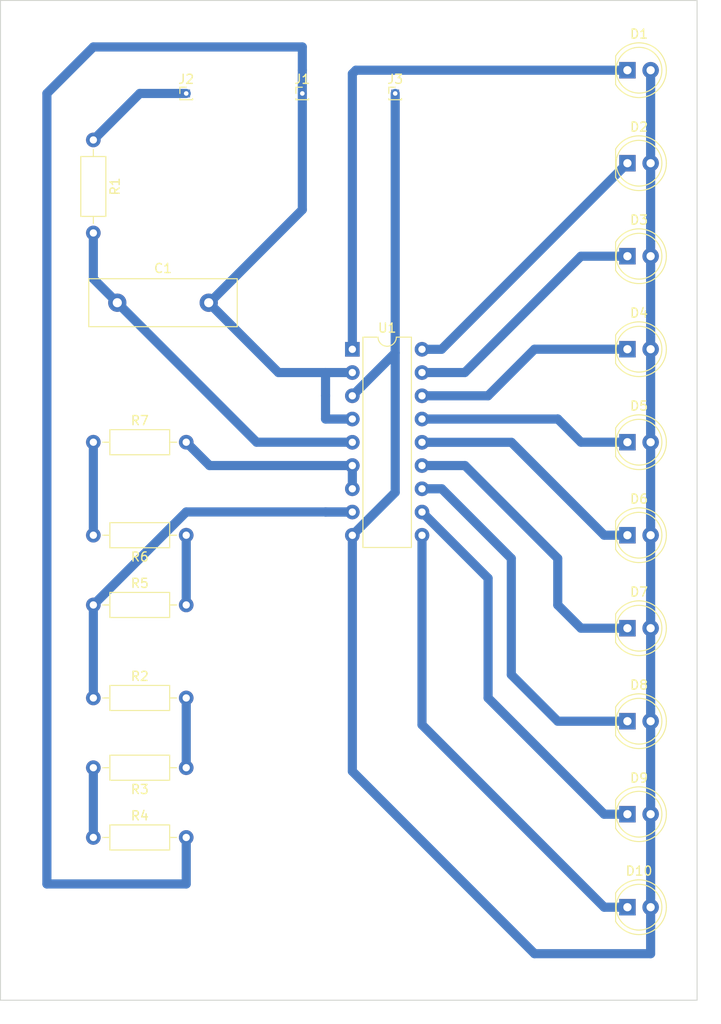
<source format=kicad_pcb>
(kicad_pcb (version 20211014) (generator pcbnew)
  (layers (0 "F.Cu" signal) (31 "B.Cu" signal) (34 "B.Paste" user) (35 "F.Paste" user) (36 "B.SilkS" user "B.Silkscreen") (37 "F.SilkS" user "F.Silkscreen") (38 "B.Mask" user) (39 "F.Mask" user) (44 "Edge.Cuts" user))
  (net 0 "")
  (net 1 "Net-(D1-Pad1)")
  (net 2 "GND")
  (net 3 "+5V")
  (net 4 "Net-(C1-Pad1)")
  (net 5 "Net-(R2-Pad1)")
  (net 6 "Net-(D10-Pad1)")
  (net 7 "Net-(D9-Pad1)")
  (net 8 "Net-(D8-Pad1)")
  (net 9 "Net-(D7-Pad1)")
  (net 10 "Net-(D6-Pad1)")
  (net 11 "Net-(D5-Pad1)")
  (net 12 "Net-(D4-Pad1)")
  (net 13 "Net-(D3-Pad1)")
  (net 14 "Net-(D2-Pad1)")
  (net 15 "sinal pwm")
  (net 16 "Net-(R2-Pad2)")
  (net 17 "Net-(R3-Pad2)")
  (net 18 "Net-(R5-Pad2)")
  (net 19 "Net-(R6-Pad2)")
  (net 20 "Net-(R7-Pad2)")
  (footprint "LED_THT:LED_D5.0mm" (layer "F.Cu") (at 167.64 91.44)
    (fp_text reference "D7" (at 1.27 -3.96) (layer "F.SilkS"))
    (fp_text value "LED")
    (fp_line (start -1.29 -1.545) (end -1.29 1.545) (layer "F.SilkS") (width 0.12))
    (fp_arc (start 4.26 -0.000462) (mid 2.072002 2.880433) (end -1.29 1.54483) (layer "F.SilkS") (width 0.12))
    (fp_arc (start -1.29 -1.54483) (mid 2.072002 -2.880433) (end 4.26 0.000462) (layer "F.SilkS") (width 0.12))
    (fp_circle (center 1.27 0) (end 3.77 0) (layer "F.SilkS") (width 0.12) (fill none))
    (pad "1" thru_hole rect (at 0 0) (size 1.8 1.8) (drill 0.9) (layers *.Cu *.Mask) (net 9 "Net-(D7-Pad1)"))
    (pad "2" thru_hole circle (at 2.54 0) (size 1.8 1.8) (drill 0.9) (layers *.Cu *.Mask) (net 3 "+5V"))
  )
  (footprint "Resistor_THT:R_Axial_DIN0207_L6.3mm_D2.5mm_P10.16mm_Horizontal" (layer "F.Cu") (at 119.38 106.68 180)
    (fp_text reference "R3" (at 5.08 -2.37) (layer "F.SilkS"))
    (fp_text value "200")
    (fp_line (start 9.12 0) (end 8.35 0) (layer "F.SilkS") (width 0.12))
    (fp_line (start 1.81 -1.37) (end 1.81 1.37) (layer "F.SilkS") (width 0.12))
    (fp_line (start 1.04 0) (end 1.81 0) (layer "F.SilkS") (width 0.12))
    (fp_line (start 1.81 1.37) (end 8.35 1.37) (layer "F.SilkS") (width 0.12))
    (fp_line (start 8.35 1.37) (end 8.35 -1.37) (layer "F.SilkS") (width 0.12))
    (fp_line (start 8.35 -1.37) (end 1.81 -1.37) (layer "F.SilkS") (width 0.12))
    (pad "1" thru_hole circle (at 0 0 180) (size 1.6 1.6) (drill 0.8) (layers *.Cu *.Mask) (net 16 "Net-(R2-Pad2)"))
    (pad "2" thru_hole oval (at 10.16 0 180) (size 1.6 1.6) (drill 0.8) (layers *.Cu *.Mask) (net 17 "Net-(R3-Pad2)"))
  )
  (footprint "LED_THT:LED_D5.0mm" (layer "F.Cu") (at 167.64 81.28)
    (fp_text reference "D6" (at 1.27 -3.96) (layer "F.SilkS"))
    (fp_text value "LED")
    (fp_line (start -1.29 -1.545) (end -1.29 1.545) (layer "F.SilkS") (width 0.12))
    (fp_arc (start -1.29 -1.54483) (mid 2.072002 -2.880433) (end 4.26 0.000462) (layer "F.SilkS") (width 0.12))
    (fp_arc (start 4.26 -0.000462) (mid 2.072002 2.880433) (end -1.29 1.54483) (layer "F.SilkS") (width 0.12))
    (fp_circle (center 1.27 0) (end 3.77 0) (layer "F.SilkS") (width 0.12) (fill none))
    (pad "1" thru_hole rect (at 0 0) (size 1.8 1.8) (drill 0.9) (layers *.Cu *.Mask) (net 10 "Net-(D6-Pad1)"))
    (pad "2" thru_hole circle (at 2.54 0) (size 1.8 1.8) (drill 0.9) (layers *.Cu *.Mask) (net 3 "+5V"))
  )
  (footprint "Resistor_THT:R_Axial_DIN0207_L6.3mm_D2.5mm_P10.16mm_Horizontal" (layer "F.Cu") (at 109.22 71.12)
    (fp_text reference "R7" (at 5.08 -2.37) (layer "F.SilkS"))
    (fp_text value "1,2k")
    (fp_line (start 1.81 -1.37) (end 1.81 1.37) (layer "F.SilkS") (width 0.12))
    (fp_line (start 8.35 1.37) (end 8.35 -1.37) (layer "F.SilkS") (width 0.12))
    (fp_line (start 8.35 -1.37) (end 1.81 -1.37) (layer "F.SilkS") (width 0.12))
    (fp_line (start 1.04 0) (end 1.81 0) (layer "F.SilkS") (width 0.12))
    (fp_line (start 1.81 1.37) (end 8.35 1.37) (layer "F.SilkS") (width 0.12))
    (fp_line (start 9.12 0) (end 8.35 0) (layer "F.SilkS") (width 0.12))
    (pad "1" thru_hole circle (at 0 0) (size 1.6 1.6) (drill 0.8) (layers *.Cu *.Mask) (net 19 "Net-(R6-Pad2)"))
    (pad "2" thru_hole oval (at 10.16 0) (size 1.6 1.6) (drill 0.8) (layers *.Cu *.Mask) (net 20 "Net-(R7-Pad2)"))
  )
  (footprint "LED_THT:LED_D5.0mm" (layer "F.Cu") (at 167.64 40.64)
    (fp_text reference "D2" (at 1.27 -3.96) (layer "F.SilkS"))
    (fp_text value "LED")
    (fp_line (start -1.29 -1.545) (end -1.29 1.545) (layer "F.SilkS") (width 0.12))
    (fp_arc (start -1.29 -1.54483) (mid 2.072002 -2.880433) (end 4.26 0.000462) (layer "F.SilkS") (width 0.12))
    (fp_arc (start 4.26 -0.000462) (mid 2.072002 2.880433) (end -1.29 1.54483) (layer "F.SilkS") (width 0.12))
    (fp_circle (center 1.27 0) (end 3.77 0) (layer "F.SilkS") (width 0.12) (fill none))
    (pad "1" thru_hole rect (at 0 0) (size 1.8 1.8) (drill 0.9) (layers *.Cu *.Mask) (net 14 "Net-(D2-Pad1)"))
    (pad "2" thru_hole circle (at 2.54 0) (size 1.8 1.8) (drill 0.9) (layers *.Cu *.Mask) (net 3 "+5V"))
  )
  (footprint "Resistor_THT:R_Axial_DIN0207_L6.3mm_D2.5mm_P10.16mm_Horizontal" (layer "F.Cu") (at 109.22 38.1 -90)
    (fp_text reference "R1" (at 5.08 -2.37 90) (layer "F.SilkS"))
    (fp_text value "400k")
    (fp_line (start 9.12 0) (end 8.35 0) (layer "F.SilkS") (width 0.12))
    (fp_line (start 1.81 -1.37) (end 1.81 1.37) (layer "F.SilkS") (width 0.12))
    (fp_line (start 1.81 1.37) (end 8.35 1.37) (layer "F.SilkS") (width 0.12))
    (fp_line (start 8.35 -1.37) (end 1.81 -1.37) (layer "F.SilkS") (width 0.12))
    (fp_line (start 8.35 1.37) (end 8.35 -1.37) (layer "F.SilkS") (width 0.12))
    (fp_line (start 1.04 0) (end 1.81 0) (layer "F.SilkS") (width 0.12))
    (pad "1" thru_hole circle (at 0 0 270) (size 1.6 1.6) (drill 0.8) (layers *.Cu *.Mask) (net 15 "sinal pwm"))
    (pad "2" thru_hole oval (at 10.16 0 270) (size 1.6 1.6) (drill 0.8) (layers *.Cu *.Mask) (net 4 "Net-(C1-Pad1)"))
  )
  (footprint "Package_DIP:DIP-18_W7.62mm" (layer "F.Cu") (at 137.55 60.97)
    (fp_text reference "U1" (at 3.81 -2.33) (layer "F.SilkS"))
    (fp_text value "LM3914N")
    (fp_line (start 6.46 21.65) (end 6.46 -1.33) (layer "F.SilkS") (width 0.12))
    (fp_line (start 2.81 -1.33) (end 1.16 -1.33) (layer "F.SilkS") (width 0.12))
    (fp_line (start 1.16 -1.33) (end 1.16 21.65) (layer "F.SilkS") (width 0.12))
    (fp_line (start 1.16 21.65) (end 6.46 21.65) (layer "F.SilkS") (width 0.12))
    (fp_line (start 6.46 -1.33) (end 4.81 -1.33) (layer "F.SilkS") (width 0.12))
    (fp_arc (start 4.81 -1.33) (mid 3.81 -0.33) (end 2.81 -1.33) (layer "F.SilkS") (width 0.12))
    (pad "1" thru_hole rect (at 0 0) (size 1.6 1.6) (drill 0.8) (layers *.Cu *.Mask) (net 1 "Net-(D1-Pad1)"))
    (pad "2" thru_hole oval (at 0 2.54) (size 1.6 1.6) (drill 0.8) (layers *.Cu *.Mask) (net 2 "GND"))
    (pad "3" thru_hole oval (at 0 5.08) (size 1.6 1.6) (drill 0.8) (layers *.Cu *.Mask) (net 3 "+5V"))
    (pad "4" thru_hole oval (at 0 7.62) (size 1.6 1.6) (drill 0.8) (layers *.Cu *.Mask) (net 2 "GND"))
    (pad "5" thru_hole oval (at 0 10.16) (size 1.6 1.6) (drill 0.8) (layers *.Cu *.Mask) (net 4 "Net-(C1-Pad1)"))
    (pad "6" thru_hole oval (at 0 12.7) (size 1.6 1.6) (drill 0.8) (layers *.Cu *.Mask) (net 20 "Net-(R7-Pad2)"))
    (pad "7" thru_hole oval (at 0 15.24) (size 1.6 1.6) (drill 0.8) (layers *.Cu *.Mask) (net 20 "Net-(R7-Pad2)"))
    (pad "8" thru_hole oval (at 0 17.78) (size 1.6 1.6) (drill 0.8) (layers *.Cu *.Mask) (net 5 "Net-(R2-Pad1)"))
    (pad "9" thru_hole oval (at 0 20.32) (size 1.6 1.6) (drill 0.8) (layers *.Cu *.Mask) (net 3 "+5V"))
    (pad "10" thru_hole oval (at 7.62 20.32) (size 1.6 1.6) (drill 0.8) (layers *.Cu *.Mask) (net 6 "Net-(D10-Pad1)"))
    (pad "11" thru_hole oval (at 7.62 17.78) (size 1.6 1.6) (drill 0.8) (layers *.Cu *.Mask) (net 7 "Net-(D9-Pad1)"))
    (pad "12" thru_hole oval (at 7.62 15.24) (size 1.6 1.6) (drill 0.8) (layers *.Cu *.Mask) (net 8 "Net-(D8-Pad1)"))
    (pad "13" thru_hole oval (at 7.62 12.7) (size 1.6 1.6) (drill 0.8) (layers *.Cu *.Mask) (net 9 "Net-(D7-Pad1)"))
    (pad "14" thru_hole oval (at 7.62 10.16) (size 1.6 1.6) (drill 0.8) (layers *.Cu *.Mask) (net 10 "Net-(D6-Pad1)"))
    (pad "15" thru_hole oval (at 7.62 7.62) (size 1.6 1.6) (drill 0.8) (layers *.Cu *.Mask) (net 11 "Net-(D5-Pad1)"))
    (pad "16" thru_hole oval (at 7.62 5.08) (size 1.6 1.6) (drill 0.8) (layers *.Cu *.Mask) (net 12 "Net-(D4-Pad1)"))
    (pad "17" thru_hole oval (at 7.62 2.54) (size 1.6 1.6) (drill 0.8) (layers *.Cu *.Mask) (net 13 "Net-(D3-Pad1)"))
    (pad "18" thru_hole oval (at 7.62 0) (size 1.6 1.6) (drill 0.8) (layers *.Cu *.Mask) (net 14 "Net-(D2-Pad1)"))
  )
  (footprint "LED_THT:LED_D5.0mm" (layer "F.Cu") (at 167.64 30.48)
    (fp_text reference "D1" (at 1.27 -3.96) (layer "F.SilkS"))
    (fp_text value "LED")
    (fp_line (start -1.29 -1.545) (end -1.29 1.545) (layer "F.SilkS") (width 0.12))
    (fp_arc (start -1.29 -1.54483) (mid 2.072002 -2.880433) (end 4.26 0.000462) (layer "F.SilkS") (width 0.12))
    (fp_arc (start 4.26 -0.000462) (mid 2.072002 2.880433) (end -1.29 1.54483) (layer "F.SilkS") (width 0.12))
    (fp_circle (center 1.27 0) (end 3.77 0) (layer "F.SilkS") (width 0.12) (fill none))
    (pad "1" thru_hole rect (at 0 0) (size 1.8 1.8) (drill 0.9) (layers *.Cu *.Mask) (net 1 "Net-(D1-Pad1)"))
    (pad "2" thru_hole circle (at 2.54 0) (size 1.8 1.8) (drill 0.9) (layers *.Cu *.Mask) (net 3 "+5V"))
  )
  (footprint "LED_THT:LED_D5.0mm" (layer "F.Cu") (at 167.64 121.92)
    (fp_text reference "D10" (at 1.27 -3.96) (layer "F.SilkS"))
    (fp_text value "LED")
    (fp_line (start -1.29 -1.545) (end -1.29 1.545) (layer "F.SilkS") (width 0.12))
    (fp_arc (start -1.29 -1.54483) (mid 2.072002 -2.880433) (end 4.26 0.000462) (layer "F.SilkS") (width 0.12))
    (fp_arc (start 4.26 -0.000462) (mid 2.072002 2.880433) (end -1.29 1.54483) (layer "F.SilkS") (width 0.12))
    (fp_circle (center 1.27 0) (end 3.77 0) (layer "F.SilkS") (width 0.12) (fill none))
    (pad "1" thru_hole rect (at 0 0) (size 1.8 1.8) (drill 0.9) (layers *.Cu *.Mask) (net 6 "Net-(D10-Pad1)"))
    (pad "2" thru_hole circle (at 2.54 0) (size 1.8 1.8) (drill 0.9) (layers *.Cu *.Mask) (net 3 "+5V"))
  )
  (footprint "LED_THT:LED_D5.0mm" (layer "F.Cu") (at 167.64 71.12)
    (fp_text reference "D5" (at 1.27 -3.96) (layer "F.SilkS"))
    (fp_text value "LED")
    (fp_line (start -1.29 -1.545) (end -1.29 1.545) (layer "F.SilkS") (width 0.12))
    (fp_arc (start -1.29 -1.54483) (mid 2.072002 -2.880433) (end 4.26 0.000462) (layer "F.SilkS") (width 0.12))
    (fp_arc (start 4.26 -0.000462) (mid 2.072002 2.880433) (end -1.29 1.54483) (layer "F.SilkS") (width 0.12))
    (fp_circle (center 1.27 0) (end 3.77 0) (layer "F.SilkS") (width 0.12) (fill none))
    (pad "1" thru_hole rect (at 0 0) (size 1.8 1.8) (drill 0.9) (layers *.Cu *.Mask) (net 11 "Net-(D5-Pad1)"))
    (pad "2" thru_hole circle (at 2.54 0) (size 1.8 1.8) (drill 0.9) (layers *.Cu *.Mask) (net 3 "+5V"))
  )
  (footprint "LED_THT:LED_D5.0mm" (layer "F.Cu") (at 167.64 111.76)
    (fp_text reference "D9" (at 1.27 -3.96) (layer "F.SilkS"))
    (fp_text value "LED")
    (fp_line (start -1.29 -1.545) (end -1.29 1.545) (layer "F.SilkS") (width 0.12))
    (fp_arc (start -1.29 -1.54483) (mid 2.072002 -2.880433) (end 4.26 0.000462) (layer "F.SilkS") (width 0.12))
    (fp_arc (start 4.26 -0.000462) (mid 2.072002 2.880433) (end -1.29 1.54483) (layer "F.SilkS") (width 0.12))
    (fp_circle (center 1.27 0) (end 3.77 0) (layer "F.SilkS") (width 0.12) (fill none))
    (pad "1" thru_hole rect (at 0 0) (size 1.8 1.8) (drill 0.9) (layers *.Cu *.Mask) (net 7 "Net-(D9-Pad1)"))
    (pad "2" thru_hole circle (at 2.54 0) (size 1.8 1.8) (drill 0.9) (layers *.Cu *.Mask) (net 3 "+5V"))
  )
  (footprint "Resistor_THT:R_Axial_DIN0207_L6.3mm_D2.5mm_P10.16mm_Horizontal" (layer "F.Cu") (at 109.22 114.3)
    (fp_text reference "R4" (at 5.08 -2.37) (layer "F.SilkS"))
    (fp_text value "30")
    (fp_line (start 1.81 1.37) (end 8.35 1.37) (layer "F.SilkS") (width 0.12))
    (fp_line (start 9.12 0) (end 8.35 0) (layer "F.SilkS") (width 0.12))
    (fp_line (start 8.35 -1.37) (end 1.81 -1.37) (layer "F.SilkS") (width 0.12))
    (fp_line (start 1.81 -1.37) (end 1.81 1.37) (layer "F.SilkS") (width 0.12))
    (fp_line (start 1.04 0) (end 1.81 0) (layer "F.SilkS") (width 0.12))
    (fp_line (start 8.35 1.37) (end 8.35 -1.37) (layer "F.SilkS") (width 0.12))
    (pad "1" thru_hole circle (at 0 0) (size 1.6 1.6) (drill 0.8) (layers *.Cu *.Mask) (net 17 "Net-(R3-Pad2)"))
    (pad "2" thru_hole oval (at 10.16 0) (size 1.6 1.6) (drill 0.8) (layers *.Cu *.Mask) (net 2 "GND"))
  )
  (footprint "LED_THT:LED_D5.0mm" (layer "F.Cu") (at 167.64 50.8)
    (fp_text reference "D3" (at 1.27 -3.96) (layer "F.SilkS"))
    (fp_text value "LED")
    (fp_line (start -1.29 -1.545) (end -1.29 1.545) (layer "F.SilkS") (width 0.12))
    (fp_arc (start -1.29 -1.54483) (mid 2.072002 -2.880433) (end 4.26 0.000462) (layer "F.SilkS") (width 0.12))
    (fp_arc (start 4.26 -0.000462) (mid 2.072002 2.880433) (end -1.29 1.54483) (layer "F.SilkS") (width 0.12))
    (fp_circle (center 1.27 0) (end 3.77 0) (layer "F.SilkS") (width 0.12) (fill none))
    (pad "1" thru_hole rect (at 0 0) (size 1.8 1.8) (drill 0.9) (layers *.Cu *.Mask) (net 13 "Net-(D3-Pad1)"))
    (pad "2" thru_hole circle (at 2.54 0) (size 1.8 1.8) (drill 0.9) (layers *.Cu *.Mask) (net 3 "+5V"))
  )
  (footprint "Connector_PinHeader_1.00mm:PinHeader_1x01_P1.00mm_Vertical" (layer "F.Cu") (at 119.38 33.02)
    (fp_text reference "J2" (at 0 -1.56) (layer "F.SilkS"))
    (fp_text value "Screw_Terminal_01x01")
    (fp_line (start 0.608276 0.685) (end 0.695 0.685) (layer "F.SilkS") (width 0.12))
    (fp_line (start -0.695 0) (end -0.695 -0.685) (layer "F.SilkS") (width 0.12))
    (fp_line (start -0.695 0.685) (end -0.608276 0.685) (layer "F.SilkS") (width 0.12))
    (fp_line (start -0.695 0.685) (end 0.695 0.685) (layer "F.SilkS") (width 0.12))
    (fp_line (start -0.695 -0.685) (end 0 -0.685) (layer "F.SilkS") (width 0.12))
    (fp_line (start 0.695 0.685) (end 0.695 0.56) (layer "F.SilkS") (width 0.12))
    (fp_line (start -0.695 0.685) (end -0.695 0.56) (layer "F.SilkS") (width 0.12))
    (pad "1" thru_hole rect (at 0 0) (size 0.85 0.85) (drill 0.5) (layers *.Cu *.Mask) (net 15 "sinal pwm"))
  )
  (footprint "LED_THT:LED_D5.0mm" (layer "F.Cu") (at 167.64 60.96)
    (fp_text reference "D4" (at 1.27 -3.96) (layer "F.SilkS"))
    (fp_text value "LED")
    (fp_line (start -1.29 -1.545) (end -1.29 1.545) (layer "F.SilkS") (width 0.12))
    (fp_arc (start -1.29 -1.54483) (mid 2.072002 -2.880433) (end 4.26 0.000462) (layer "F.SilkS") (width 0.12))
    (fp_arc (start 4.26 -0.000462) (mid 2.072002 2.880433) (end -1.29 1.54483) (layer "F.SilkS") (width 0.12))
    (fp_circle (center 1.27 0) (end 3.77 0) (layer "F.SilkS") (width 0.12) (fill none))
    (pad "1" thru_hole rect (at 0 0) (size 1.8 1.8) (drill 0.9) (layers *.Cu *.Mask) (net 12 "Net-(D4-Pad1)"))
    (pad "2" thru_hole circle (at 2.54 0) (size 1.8 1.8) (drill 0.9) (layers *.Cu *.Mask) (net 3 "+5V"))
  )
  (footprint "Connector_PinHeader_1.00mm:PinHeader_1x01_P1.00mm_Vertical" (layer "F.Cu") (at 132.08 33.02)
    (fp_text reference "J1" (at 0 -1.56) (layer "F.SilkS"))
    (fp_text value "Screw_Terminal_01x01")
    (fp_line (start 0.608276 0.685) (end 0.695 0.685) (layer "F.SilkS") (width 0.12))
    (fp_line (start -0.695 0.685) (end -0.608276 0.685) (layer "F.SilkS") (width 0.12))
    (fp_line (start 0.695 0.685) (end 0.695 0.56) (layer "F.SilkS") (width 0.12))
    (fp_line (start -0.695 0.685) (end -0.695 0.56) (layer "F.SilkS") (width 0.12))
    (fp_line (start -0.695 0) (end -0.695 -0.685) (layer "F.SilkS") (width 0.12))
    (fp_line (start -0.695 0.685) (end 0.695 0.685) (layer "F.SilkS") (width 0.12))
    (fp_line (start -0.695 -0.685) (end 0 -0.685) (layer "F.SilkS") (width 0.12))
    (pad "1" thru_hole rect (at 0 0) (size 0.85 0.85) (drill 0.5) (layers *.Cu *.Mask) (net 2 "GND"))
  )
  (footprint "Connector_PinHeader_1.00mm:PinHeader_1x01_P1.00mm_Vertical" (layer "F.Cu") (at 142.24 33.02)
    (fp_text reference "J3" (at 0 -1.56) (layer "F.SilkS"))
    (fp_text value "Screw_Terminal_01x01")
    (fp_line (start 0.695 0.685) (end 0.695 0.56) (layer "F.SilkS") (width 0.12))
    (fp_line (start -0.695 0) (end -0.695 -0.685) (layer "F.SilkS") (width 0.12))
    (fp_line (start -0.695 0.685) (end -0.608276 0.685) (layer "F.SilkS") (width 0.12))
    (fp_line (start -0.695 -0.685) (end 0 -0.685) (layer "F.SilkS") (width 0.12))
    (fp_line (start -0.695 0.685) (end -0.695 0.56) (layer "F.SilkS") (width 0.12))
    (fp_line (start 0.608276 0.685) (end 0.695 0.685) (layer "F.SilkS") (width 0.12))
    (fp_line (start -0.695 0.685) (end 0.695 0.685) (layer "F.SilkS") (width 0.12))
    (pad "1" thru_hole rect (at 0 0) (size 0.85 0.85) (drill 0.5) (layers *.Cu *.Mask) (net 3 "+5V"))
  )
  (footprint "Resistor_THT:R_Axial_DIN0207_L6.3mm_D2.5mm_P10.16mm_Horizontal" (layer "F.Cu") (at 109.22 88.9)
    (fp_text reference "R5" (at 5.08 -2.37) (layer "F.SilkS"))
    (fp_text value "10")
    (fp_line (start 1.04 0) (end 1.81 0) (layer "F.SilkS") (width 0.12))
    (fp_line (start 8.35 1.37) (end 8.35 -1.37) (layer "F.SilkS") (width 0.12))
    (fp_line (start 9.12 0) (end 8.35 0) (layer "F.SilkS") (width 0.12))
    (fp_line (start 1.81 1.37) (end 8.35 1.37) (layer "F.SilkS") (width 0.12))
    (fp_line (start 1.81 -1.37) (end 1.81 1.37) (layer "F.SilkS") (width 0.12))
    (fp_line (start 8.35 -1.37) (end 1.81 -1.37) (layer "F.SilkS") (width 0.12))
    (pad "1" thru_hole circle (at 0 0) (size 1.6 1.6) (drill 0.8) (layers *.Cu *.Mask) (net 5 "Net-(R2-Pad1)"))
    (pad "2" thru_hole oval (at 10.16 0) (size 1.6 1.6) (drill 0.8) (layers *.Cu *.Mask) (net 18 "Net-(R5-Pad2)"))
  )
  (footprint "Capacitor_THT:C_Disc_D16.0mm_W5.0mm_P10.00mm" (layer "F.Cu") (at 111.84 55.88)
    (fp_text reference "C1" (at 5 -3.75) (layer "F.SilkS"))
    (fp_text value "10n")
    (fp_line (start -3.12 2.62) (end 13.12 2.62) (layer "F.SilkS") (width 0.12))
    (fp_line (start -3.12 -2.62) (end -3.12 2.62) (layer "F.SilkS") (width 0.12))
    (fp_line (start 13.12 -2.62) (end 13.12 2.62) (layer "F.SilkS") (width 0.12))
    (fp_line (start -3.12 -2.62) (end 13.12 -2.62) (layer "F.SilkS") (width 0.12))
    (pad "1" thru_hole circle (at 0 0) (size 2 2) (drill 1) (layers *.Cu *.Mask) (net 4 "Net-(C1-Pad1)"))
    (pad "2" thru_hole circle (at 10 0) (size 2 2) (drill 1) (layers *.Cu *.Mask) (net 2 "GND"))
  )
  (footprint "Resistor_THT:R_Axial_DIN0207_L6.3mm_D2.5mm_P10.16mm_Horizontal" (layer "F.Cu") (at 119.38 81.28 180)
    (fp_text reference "R6" (at 5.08 -2.37) (layer "F.SilkS"))
    (fp_text value "10")
    (fp_line (start 1.81 -1.37) (end 1.81 1.37) (layer "F.SilkS") (width 0.12))
    (fp_line (start 8.35 -1.37) (end 1.81 -1.37) (layer "F.SilkS") (width 0.12))
    (fp_line (start 8.35 1.37) (end 8.35 -1.37) (layer "F.SilkS") (width 0.12))
    (fp_line (start 9.12 0) (end 8.35 0) (layer "F.SilkS") (width 0.12))
    (fp_line (start 1.81 1.37) (end 8.35 1.37) (layer "F.SilkS") (width 0.12))
    (fp_line (start 1.04 0) (end 1.81 0) (layer "F.SilkS") (width 0.12))
    (pad "1" thru_hole circle (at 0 0 180) (size 1.6 1.6) (drill 0.8) (layers *.Cu *.Mask) (net 18 "Net-(R5-Pad2)"))
    (pad "2" thru_hole oval (at 10.16 0 180) (size 1.6 1.6) (drill 0.8) (layers *.Cu *.Mask) (net 19 "Net-(R6-Pad2)"))
  )
  (footprint "LED_THT:LED_D5.0mm" (layer "F.Cu") (at 167.64 101.6)
    (fp_text reference "D8" (at 1.27 -3.96) (layer "F.SilkS"))
    (fp_text value "LED")
    (fp_line (start -1.29 -1.545) (end -1.29 1.545) (layer "F.SilkS") (width 0.12))
    (fp_arc (start -1.29 -1.54483) (mid 2.072002 -2.880433) (end 4.26 0.000462) (layer "F.SilkS") (width 0.12))
    (fp_arc (start 4.26 -0.000462) (mid 2.072002 2.880433) (end -1.29 1.54483) (layer "F.SilkS") (width 0.12))
    (fp_circle (center 1.27 0) (end 3.77 0) (layer "F.SilkS") (width 0.12) (fill none))
    (pad "1" thru_hole rect (at 0 0) (size 1.8 1.8) (drill 0.9) (layers *.Cu *.Mask) (net 8 "Net-(D8-Pad1)"))
    (pad "2" thru_hole circle (at 2.54 0) (size 1.8 1.8) (drill 0.9) (layers *.Cu *.Mask) (net 3 "+5V"))
  )
  (footprint "Resistor_THT:R_Axial_DIN0207_L6.3mm_D2.5mm_P10.16mm_Horizontal" (layer "F.Cu") (at 109.22 99.06)
    (fp_text reference "R2" (at 5.08 -2.37) (layer "F.SilkS"))
    (fp_text value "3,6k")
    (fp_line (start 8.35 1.37) (end 8.35 -1.37) (layer "F.SilkS") (width 0.12))
    (fp_line (start 1.81 1.37) (end 8.35 1.37) (layer "F.SilkS") (width 0.12))
    (fp_line (start 1.04 0) (end 1.81 0) (layer "F.SilkS") (width 0.12))
    (fp_line (start 9.12 0) (end 8.35 0) (layer "F.SilkS") (width 0.12))
    (fp_line (start 8.35 -1.37) (end 1.81 -1.37) (layer "F.SilkS") (width 0.12))
    (fp_line (start 1.81 -1.37) (end 1.81 1.37) (layer "F.SilkS") (width 0.12))
    (pad "1" thru_hole circle (at 0 0) (size 1.6 1.6) (drill 0.8) (layers *.Cu *.Mask) (net 5 "Net-(R2-Pad1)"))
    (pad "2" thru_hole oval (at 10.16 0) (size 1.6 1.6) (drill 0.8) (layers *.Cu *.Mask) (net 16 "Net-(R2-Pad2)"))
  )
  (gr_rect (start 177.8 134.62) (end 177.8 134.62) (layer "B.Cu") (width 0.2) (fill none))
  (gr_line (start 175.26 22.86) (end 99.06 22.86) (layer "Edge.Cuts") (width 0.1))
  (gr_line (start 99.06 132.08) (end 175.26 132.08) (layer "Edge.Cuts") (width 0.1))
  (gr_line (start 175.26 132.08) (end 175.26 22.86) (layer "Edge.Cuts") (width 0.1))
  (gr_line (start 99.06 22.86) (end 99.06 132.08) (layer "Edge.Cuts") (width 0.1))
  (segment (start 137.55 30.87) (end 137.94 30.48) (width 1) (layer "B.Cu") (net 1))
  (segment (start 137.94 30.48) (end 167.64 30.48) (width 1) (layer "B.Cu") (net 1))
  (segment (start 137.55 60.97) (end 137.55 30.87) (width 1) (layer "B.Cu") (net 1))
  (segment (start 129.47 63.51) (end 134.61 63.51) (width 1) (layer "B.Cu") (net 2))
  (segment (start 132.08 27.94) (end 132.08 30.48) (width 1) (layer "B.Cu") (net 2))
  (segment (start 121.84 55.88) (end 129.47 63.51) (width 1) (layer "B.Cu") (net 2))
  (segment (start 132.08 33.02) (end 132.08 45.72) (width 1) (layer "B.Cu") (net 2))
  (segment (start 134.62 63.52) (end 134.61 63.51) (width 1) (layer "B.Cu") (net 2))
  (segment (start 134.62 68.58) (end 134.63 68.59) (width 1) (layer "B.Cu") (net 2))
  (segment (start 132.08 45.72) (end 121.92 55.88) (width 1) (layer "B.Cu") (net 2))
  (segment (start 134.62 66.04) (end 134.62 63.52) (width 1) (layer "B.Cu") (net 2))
  (segment (start 104.14 119.38) (end 104.14 33.02) (width 1) (layer "B.Cu") (net 2))
  (segment (start 134.62 66.04) (end 134.62 68.58) (width 1) (layer "B.Cu") (net 2))
  (segment (start 132.08 30.48) (end 132.08 33.02) (width 1) (layer "B.Cu") (net 2))
  (segment (start 134.63 68.59) (end 137.55 68.59) (width 1) (layer "B.Cu") (net 2))
  (segment (start 119.38 114.3) (end 119.38 119.38) (width 1) (layer "B.Cu") (net 2))
  (segment (start 104.14 33.02) (end 109.22 27.94) (width 1) (layer "B.Cu") (net 2))
  (segment (start 134.61 63.51) (end 137.55 63.51) (width 1) (layer "B.Cu") (net 2))
  (segment (start 109.22 27.94) (end 132.08 27.94) (width 1) (layer "B.Cu") (net 2))
  (segment (start 119.38 119.38) (end 104.14 119.38) (width 1) (layer "B.Cu") (net 2))
  (segment (start 170.18 127) (end 170.18 121.92) (width 1) (layer "B.Cu") (net 3))
  (segment (start 170.18 101.6) (end 170.18 91.44) (width 1) (layer "B.Cu") (net 3))
  (segment (start 170.18 121.92) (end 170.18 111.76) (width 1) (layer "B.Cu") (net 3))
  (segment (start 170.18 111.76) (end 170.18 101.6) (width 1) (layer "B.Cu") (net 3))
  (segment (start 170.18 60.96) (end 170.18 50.8) (width 1) (layer "B.Cu") (net 3))
  (segment (start 137.55 81.29) (end 137.55 107.07) (width 1) (layer "B.Cu") (net 3))
  (segment (start 170.18 91.44) (end 170.18 81.28) (width 1) (layer "B.Cu") (net 3))
  (segment (start 170.18 50.8) (end 170.18 40.64) (width 1) (layer "B.Cu") (net 3))
  (segment (start 137.55 81.29) (end 142.24 76.6) (width 1) (layer "B.Cu") (net 3))
  (segment (start 157.48 127) (end 170.18 127) (width 1) (layer "B.Cu") (net 3))
  (segment (start 142.24 61.36) (end 137.55 66.05) (width 1) (layer "B.Cu") (net 3))
  (segment (start 170.18 30.48) (end 170.18 40.64) (width 1) (layer "B.Cu") (net 3))
  (segment (start 170.18 60.96) (end 170.18 71.12) (width 1) (layer "B.Cu") (net 3))
  (segment (start 170.18 81.28) (end 170.18 71.12) (width 1) (layer "B.Cu") (net 3))
  (segment (start 142.24 33.02) (end 142.24 61.36) (width 1) (layer "B.Cu") (net 3))
  (segment (start 137.55 107.07) (end 157.48 127) (width 1) (layer "B.Cu") (net 3))
  (segment (start 142.24 76.6) (end 142.24 61.36) (width 1) (layer "B.Cu") (net 3))
  (segment (start 111.84 55.88) (end 127.08 71.12) (width 1) (layer "B.Cu") (net 4))
  (segment (start 127.08 71.12) (end 137.16 71.12) (width 1) (layer "B.Cu") (net 4))
  (segment (start 109.22 48.26) (end 109.22 53.26) (width 1) (layer "B.Cu") (net 4))
  (segment (start 109.22 53.26) (end 111.84 55.88) (width 1) (layer "B.Cu") (net 4))
  (segment (start 109.22 88.9) (end 119.38 78.74) (width 1) (layer "B.Cu") (net 5))
  (segment (start 134.63 78.75) (end 137.55 78.75) (width 1) (layer "B.Cu") (net 5))
  (segment (start 134.62 78.74) (end 134.63 78.75) (width 1) (layer "B.Cu") (net 5))
  (segment (start 134.62 78.74) (end 119.38 78.74) (width 1) (layer "B.Cu") (net 5))
  (segment (start 134.62 78.74) (end 137.16 78.74) (width 1) (layer "B.Cu") (net 5))
  (segment (start 109.22 99.06) (end 109.22 88.9) (width 1) (layer "B.Cu") (net 5))
  (segment (start 145.17 101.99) (end 145.17 81.29) (width 1) (layer "B.Cu") (net 6))
  (segment (start 165.1 121.92) (end 145.17 101.99) (width 1) (layer "B.Cu") (net 6))
  (segment (start 167.64 121.92) (end 165.1 121.92) (width 1) (layer "B.Cu") (net 6))
  (segment (start 152.4 99.06) (end 165.1 111.76) (width 1) (layer "B.Cu") (net 7))
  (segment (start 152.4 85.98) (end 152.4 99.06) (width 1) (layer "B.Cu") (net 7))
  (segment (start 145.17 78.75) (end 152.4 85.98) (width 1) (layer "B.Cu") (net 7))
  (segment (start 165.1 111.76) (end 167.64 111.76) (width 1) (layer "B.Cu") (net 7))
  (segment (start 145.17 76.21) (end 147.33 76.21) (width 1) (layer "B.Cu") (net 8))
  (segment (start 154.94 83.82) (end 154.94 96.52) (width 1) (layer "B.Cu") (net 8))
  (segment (start 160.02 101.6) (end 167.64 101.6) (width 1) (layer "B.Cu") (net 8))
  (segment (start 154.94 96.52) (end 160.02 101.6) (width 1) (layer "B.Cu") (net 8))
  (segment (start 147.33 76.21) (end 154.94 83.82) (width 1) (layer "B.Cu") (net 8))
  (segment (start 149.87 73.67) (end 160.02 83.82) (width 1) (layer "B.Cu") (net 9))
  (segment (start 160.02 83.82) (end 160.02 88.9) (width 1) (layer "B.Cu") (net 9))
  (segment (start 145.17 73.67) (end 149.87 73.67) (width 1) (layer "B.Cu") (net 9))
  (segment (start 160.02 88.9) (end 162.56 91.44) (width 1) (layer "B.Cu") (net 9))
  (segment (start 162.56 91.44) (end 167.64 91.44) (width 1) (layer "B.Cu") (net 9))
  (segment (start 165.1 81.28) (end 167.64 81.28) (width 1) (layer "B.Cu") (net 10))
  (segment (start 145.17 71.13) (end 154.95 71.13) (width 1) (layer "B.Cu") (net 10))
  (segment (start 154.95 71.13) (end 165.1 81.28) (width 1) (layer "B.Cu") (net 10))
  (segment (start 160.01 68.59) (end 160.02 68.58) (width 1) (layer "B.Cu") (net 11))
  (segment (start 160.02 68.58) (end 162.56 71.12) (width 1) (layer "B.Cu") (net 11))
  (segment (start 162.56 71.12) (end 167.64 71.12) (width 1) (layer "B.Cu") (net 11))
  (segment (start 145.17 68.59) (end 160.01 68.59) (width 1) (layer "B.Cu") (net 11))
  (segment (start 145.17 66.05) (end 152.39 66.05) (width 1) (layer "B.Cu") (net 12))
  (segment (start 157.48 60.96) (end 167.64 60.96) (width 1) (layer "B.Cu") (net 12))
  (segment (start 152.39 66.05) (end 157.48 60.96) (width 1) (layer "B.Cu") (net 12))
  (segment (start 162.56 50.8) (end 167.64 50.8) (width 1) (layer "B.Cu") (net 13))
  (segment (start 145.17 63.51) (end 149.85 63.51) (width 1) (layer "B.Cu") (net 13))
  (segment (start 149.85 63.51) (end 162.56 50.8) (width 1) (layer "B.Cu") (net 13))
  (segment (start 145.17 60.97) (end 147.31 60.97) (width 1) (layer "B.Cu") (net 14))
  (segment (start 147.31 60.97) (end 167.64 40.64) (width 1) (layer "B.Cu") (net 14))
  (segment (start 114.3 33.02) (end 109.22 38.1) (width 1) (layer "B.Cu") (net 15))
  (segment (start 119.38 33.02) (end 114.3 33.02) (width 1) (layer "B.Cu") (net 15))
  (segment (start 119.38 99.06) (end 119.38 106.68) (width 1) (layer "B.Cu") (net 16))
  (segment (start 109.22 106.68) (end 109.22 114.3) (width 1) (layer "B.Cu") (net 17))
  (segment (start 119.38 81.28) (end 119.38 88.9) (width 1) (layer "B.Cu") (net 18))
  (segment (start 109.22 71.12) (end 109.22 81.28) (width 1) (layer "B.Cu") (net 19))
  (segment (start 137.55 73.67) (end 137.55 76.21) (width 1) (layer "B.Cu") (net 20))
  (segment (start 119.38 71.12) (end 121.93 73.67) (width 1) (layer "B.Cu") (net 20))
  (segment (start 121.93 73.67) (end 137.55 73.67) (width 1) (layer "B.Cu") (net 20))
)
</source>
